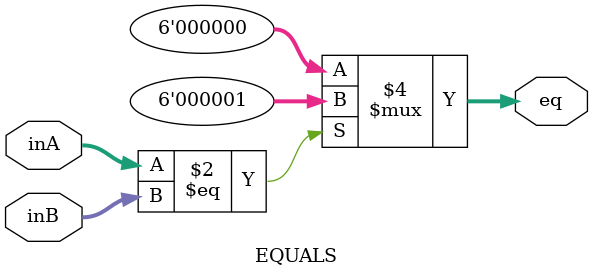
<source format=sv>
module EQUALS( input logic [5:0] inA,
					input logic [5:0] inB,
					output logic [5:0] eq);
							
always_comb begin
	if(inA==inB) begin
		eq<=6'd1;
	end else begin
		eq<=6'd0;
	end
end

endmodule 
</source>
